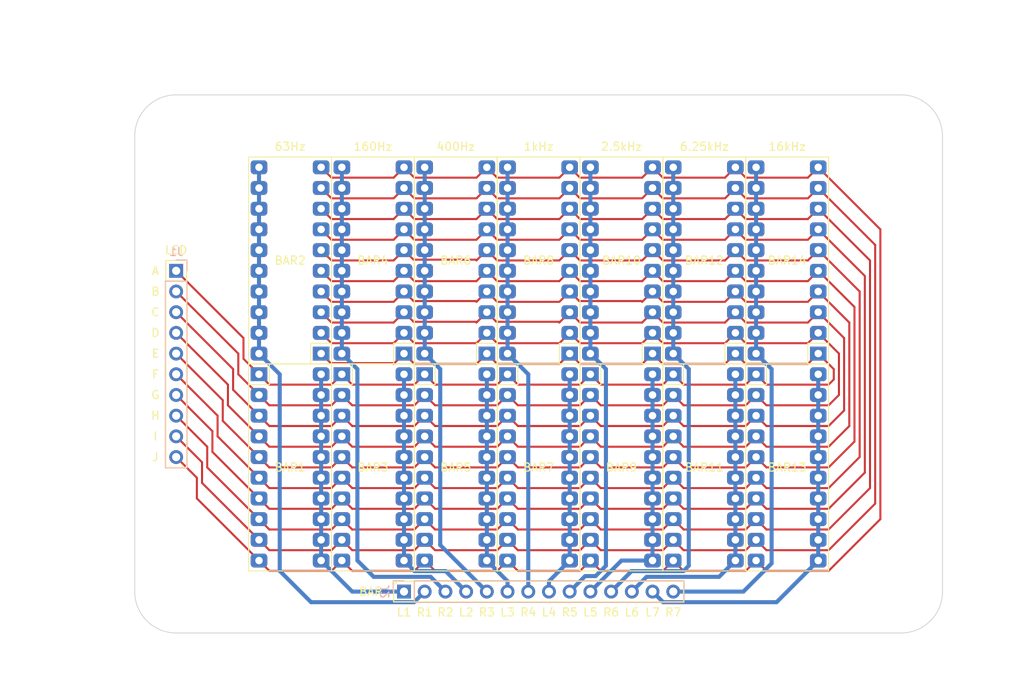
<source format=kicad_pcb>
(kicad_pcb (version 20221018) (generator pcbnew)
  (title_block (title "Spectrum Analyzer Display") (date "2023-08-13") (rev "v1.0.0") (company "shimo8810"))
  (layers (0 "F.Cu" signal) (31 "B.Cu" signal) (34 "B.Paste" user) (35 "F.Paste" user) (36 "B.SilkS" user "B.Silkscreen") (37 "F.SilkS" user "F.Silkscreen") (38 "B.Mask" user) (39 "F.Mask" user) (44 "Edge.Cuts" user))
  (net 0 "")
  (net 1 "/A")
  (net 2 "/B")
  (net 3 "/C")
  (net 4 "/D")
  (net 5 "/E")
  (net 6 "/F")
  (net 7 "/G")
  (net 8 "/H")
  (net 9 "/I")
  (net 10 "/J")
  (net 11 "/LEFT_1")
  (net 12 "/RIGHT_1")
  (net 13 "/LEFT_2")
  (net 14 "/RIGHT_2")
  (net 15 "/LEFT_3")
  (net 16 "/RIGHT_3")
  (net 17 "/LEFT_4")
  (net 18 "/RIGHT_4")
  (net 19 "/LEFT_5")
  (net 20 "/RIGHT_5")
  (net 21 "/LEFT_6")
  (net 22 "/RIGHT_6")
  (net 23 "/LEFT_7")
  (net 24 "/RIGHT_7")
  (footprint "Library:SP_HDSP-4832" (layer "F.Cu") (at 96.52 62.23 180)
    (fp_text reference "BAR6")
    (fp_text value "HDSP-4832_2")
  )
  (footprint "Library:SP_HDSP-4832" (layer "F.Cu") (at 129.54 64.77)
    (fp_text reference "BAR13")
    (fp_text value "HDSP-4832_2")
  )
  (footprint "MountingHole:MountingHole_3.2mm_M3" (layer "F.Cu") (at 58.42 91.44)
    (fp_text reference "REF3" hide)
    (fp_text value "MountingHole_3.2mm_M3")
  )
  (footprint "Library:SP_HDSP-4832" (layer "F.Cu") (at 99.06 64.77)
    (fp_text reference "BAR7")
    (fp_text value "HDSP-4832_2")
  )
  (footprint "Library:SP_HDSP-4832" (layer "F.Cu") (at 76.2 62.23 180)
    (fp_text reference "BAR2")
    (fp_text value "HDSP-4832_2")
  )
  (footprint "MountingHole:MountingHole_3.2mm_M3" (layer "F.Cu") (at 147.32 91.44)
    (fp_text reference "REF4" hide)
    (fp_text value "MountingHole_3.2mm_M3")
  )
  (footprint "Library:SP_HDSP-4832" (layer "F.Cu") (at 127 62.23 180)
    (fp_text reference "BAR12")
    (fp_text value "HDSP-4832_2")
  )
  (footprint "Library:SP_HDSP-4832" (layer "F.Cu") (at 116.84 62.23 180)
    (fp_text reference "BAR10")
    (fp_text value "HDSP-4832_2")
  )
  (footprint "Library:SP_HDSP-4832" (layer "F.Cu") (at 88.9 64.77)
    (fp_text reference "BAR5")
    (fp_text value "HDSP-4832_2")
  )
  (footprint "Library:SP_HDSP-4832" (layer "F.Cu") (at 106.68 62.23 180)
    (fp_text reference "BAR8")
    (fp_text value "HDSP-4832_2")
  )
  (footprint "Library:SP_HDSP-4832" (layer "F.Cu") (at 137.16 62.23 180)
    (fp_text reference "BAR14")
    (fp_text value "HDSP-4832_2")
  )
  (footprint "Library:SP_HDSP-4832" (layer "F.Cu") (at 78.74 64.77)
    (fp_text reference "BAR3")
    (fp_text value "HDSP-4832_2")
  )
  (footprint "MountingHole:MountingHole_3.2mm_M3" (layer "F.Cu") (at 147.32 35.56)
    (fp_text reference "REF2" hide)
    (fp_text value "MountingHole_3.2mm_M3")
  )
  (footprint "MountingHole:MountingHole_3.2mm_M3" (layer "F.Cu") (at 58.42 35.56)
    (fp_text reference "REF1" hide)
    (fp_text value "MountingHole_3.2mm_M3")
  )
  (footprint "Library:SP_HDSP-4832" (layer "F.Cu") (at 86.36 62.23 180)
    (fp_text reference "BAR4")
    (fp_text value "HDSP-4832_2")
  )
  (footprint "Library:SP_HDSP-4832" (layer "F.Cu") (at 68.58 64.77)
    (fp_text reference "BAR1")
    (fp_text value "HDSP-4832_2")
  )
  (footprint "Library:SP_HDSP-4832" (layer "F.Cu") (at 119.38 64.77)
    (fp_text reference "BAR11")
    (fp_text value "HDSP-4832_2")
  )
  (footprint "Library:SP_HDSP-4832" (layer "F.Cu") (at 109.22 64.77)
    (fp_text reference "BAR9")
    (fp_text value "HDSP-4832_2")
  )
  (footprint "Connector_PinHeader_2.54mm:PinHeader_1x14_P2.54mm_Vertical" (layer "B.Cu") (at 86.36 91.44 -90)
    (fp_text reference "J2")
    (fp_text value "Conn_01x14_Pin")
  )
  (footprint "Connector_PinHeader_2.54mm:PinHeader_1x10_P2.54mm_Vertical" (layer "B.Cu") (at 58.42 52.07 180)
    (fp_text reference "J1")
    (fp_text value "Conn_01x10_Pin")
  )
  (gr_line (start 57.15 53.34) (end 59.69 53.34) (stroke (width 0.15)) (layer "F.SilkS"))
  (gr_rect (start 57.15 50.8) (end 59.69 76.2) (stroke (width 0.15)) (fill none) (layer "F.SilkS"))
  (gr_line (start 85.598 90.17) (end 85.09 90.678) (stroke (width 0.15)) (layer "F.SilkS"))
  (gr_line (start 87.63 90.17) (end 87.63 92.71) (stroke (width 0.15)) (layer "F.SilkS"))
  (gr_rect (start 85.09 90.17) (end 120.65 92.71) (stroke (width 0.15)) (fill none) (layer "F.SilkS"))
  (gr_arc (start 147.32 30.48) (mid 150.912102 31.967898) (end 152.4 35.56) (stroke (width 0.1)) (layer "Edge.Cuts"))
  (gr_line (start 147.32 96.52) (end 58.42 96.519999) (stroke (width 0.1)) (layer "Edge.Cuts"))
  (gr_line (start 53.34 91.44) (end 53.340001 35.56) (stroke (width 0.1)) (layer "Edge.Cuts"))
  (gr_arc (start 152.4 91.44) (mid 150.912102 95.032102) (end 147.32 96.52) (stroke (width 0.1)) (layer "Edge.Cuts"))
  (gr_line (start 58.42 30.48) (end 147.32 30.48) (stroke (width 0.1)) (layer "Edge.Cuts"))
  (gr_line (start 152.4 35.56) (end 152.4 91.44) (stroke (width 0.1)) (layer "Edge.Cuts"))
  (gr_arc (start 58.42 96.519999) (mid 54.827898 95.032102) (end 53.340001 91.44) (stroke (width 0.1)) (layer "Edge.Cuts"))
  (gr_arc (start 53.34 35.56) (mid 54.827898 31.967898) (end 58.42 30.48) (stroke (width 0.1)) (layer "Edge.Cuts"))
  (gr_text "1kHz" (at 102.87 36.83) (layer "F.SilkS") (effects (font (size 1 1))))
  (gr_text "D" (at 55.88 59.69) (layer "F.SilkS") (effects (font (size 1 1))))
  (gr_text "R6" (at 111.76 93.98) (layer "F.SilkS") (effects (font (size 1 1))))
  (gr_text "L1" (at 86.36 93.98) (layer "F.SilkS") (effects (font (size 1 1))))
  (gr_text "2.5kHz" (at 113.03 36.83) (layer "F.SilkS") (effects (font (size 1 1))))
  (gr_text "L2" (at 93.98 93.98) (layer "F.SilkS") (effects (font (size 1 1))))
  (gr_text "B" (at 55.88 54.61) (layer "F.SilkS") (effects (font (size 1 1))))
  (gr_text "I" (at 55.88 72.39) (layer "F.SilkS") (effects (font (size 1 1))))
  (gr_text "R4" (at 101.6 93.98) (layer "F.SilkS") (effects (font (size 1 1))))
  (gr_text "LED" (at 58.42 49.53) (layer "F.SilkS") (effects (font (size 1 1))))
  (gr_text "L5" (at 109.22 93.98) (layer "F.SilkS") (effects (font (size 1 1))))
  (gr_text "R5" (at 106.68 93.98) (layer "F.SilkS") (effects (font (size 1 1))))
  (gr_text "BAR" (at 83.82 91.44) (layer "F.SilkS") (effects (font (size 1 1)) (justify right)))
  (gr_text "400Hz" (at 92.71 36.83) (layer "F.SilkS") (effects (font (size 1 1))))
  (gr_text "63Hz" (at 72.39 36.83) (layer "F.SilkS") (effects (font (size 1 1))))
  (gr_text "A" (at 55.88 52.07) (layer "F.SilkS") (effects (font (size 1 1))))
  (gr_text "F" (at 55.88 64.77) (layer "F.SilkS") (effects (font (size 1 1))))
  (gr_text "R7" (at 119.38 93.98) (layer "F.SilkS") (effects (font (size 1 1))))
  (gr_text "L4" (at 104.14 93.98) (layer "F.SilkS") (effects (font (size 1 1))))
  (gr_text "160Hz" (at 82.55 36.83) (layer "F.SilkS") (effects (font (size 1 1))))
  (gr_text "R3" (at 96.52 93.98) (layer "F.SilkS") (effects (font (size 1 1))))
  (gr_text "6.25kHz" (at 123.19 36.83) (layer "F.SilkS") (effects (font (size 1 1))))
  (gr_text "R1" (at 88.9 93.98) (layer "F.SilkS") (effects (font (size 1 1))))
  (gr_text "H" (at 55.88 69.85) (layer "F.SilkS") (effects (font (size 1 1))))
  (gr_text "R2" (at 91.44 93.98) (layer "F.SilkS") (effects (font (size 1 1))))
  (gr_text "L6" (at 114.3 93.98) (layer "F.SilkS") (effects (font (size 1 1))))
  (gr_text "C" (at 55.88 57.15) (layer "F.SilkS") (effects (font (size 1 1))))
  (gr_text "L7" (at 116.84 93.98) (layer "F.SilkS") (effects (font (size 1 1))))
  (gr_text "L3" (at 99.06 93.98) (layer "F.SilkS") (effects (font (size 1 1))))
  (gr_text "G" (at 55.88 67.31) (layer "F.SilkS") (effects (font (size 1 1))))
  (gr_text "E" (at 55.88 62.23) (layer "F.SilkS") (effects (font (size 1 1))))
  (gr_text "16kHz" (at 133.35 36.83) (layer "F.SilkS") (effects (font (size 1 1))))
  (gr_text "J" (at 55.88 74.93) (layer "F.SilkS") (effects (font (size 1 1))))
  (segment (start 58.42 52.07) (end 66.675 60.325) (width 0.25) (layer "F.Cu") (net 1))
  (segment (start 77.375 63.405) (end 76.2 62.23) (width 0.25) (layer "F.Cu") (net 1))
  (segment (start 80.01 66.04) (end 78.74 64.77) (width 0.25) (layer "F.Cu") (net 1))
  (segment (start 139.065 64.135) (end 137.16 62.23) (width 0.25) (layer "F.Cu") (net 1))
  (segment (start 97.79 63.5) (end 96.52 62.23) (width 0.25) (layer "F.Cu") (net 1))
  (segment (start 130.81 66.04) (end 138.43 66.04) (width 0.25) (layer "F.Cu") (net 1))
  (segment (start 120.65 66.04) (end 119.38 64.77) (width 0.25) (layer "F.Cu") (net 1))
  (segment (start 127 62.23) (end 125.73 63.5) (width 0.25) (layer "F.Cu") (net 1))
  (segment (start 138.43 66.04) (end 139.065 65.405) (width 0.25) (layer "F.Cu") (net 1))
  (segment (start 139.065 65.405) (end 139.065 64.135) (width 0.25) (layer "F.Cu") (net 1))
  (segment (start 90.17 66.04) (end 97.79 66.04) (width 0.25) (layer "F.Cu") (net 1))
  (segment (start 96.52 62.23) (end 95.25 63.5) (width 0.25) (layer "F.Cu") (net 1))
  (segment (start 135.89 63.5) (end 128.27 63.5) (width 0.25) (layer "F.Cu") (net 1))
  (segment (start 106.68 62.23) (end 105.41 63.5) (width 0.25) (layer "F.Cu") (net 1))
  (segment (start 84.995 63.405) (end 77.375 63.405) (width 0.25) (layer "F.Cu") (net 1))
  (segment (start 99.06 64.77) (end 100.33 66.04) (width 0.25) (layer "F.Cu") (net 1))
  (segment (start 129.54 64.77) (end 130.81 66.04) (width 0.25) (layer "F.Cu") (net 1))
  (segment (start 77.47 66.04) (end 78.74 64.77) (width 0.25) (layer "F.Cu") (net 1))
  (segment (start 128.27 66.04) (end 120.65 66.04) (width 0.25) (layer "F.Cu") (net 1))
  (segment (start 107.95 66.04) (end 109.22 64.77) (width 0.25) (layer "F.Cu") (net 1))
  (segment (start 118.11 63.5) (end 116.84 62.23) (width 0.25) (layer "F.Cu") (net 1))
  (segment (start 137.16 62.23) (end 135.89 63.5) (width 0.25) (layer "F.Cu") (net 1))
  (segment (start 88.9 64.77) (end 90.17 66.04) (width 0.25) (layer "F.Cu") (net 1))
  (segment (start 100.33 66.04) (end 107.95 66.04) (width 0.25) (layer "F.Cu") (net 1))
  (segment (start 97.79 66.04) (end 99.06 64.77) (width 0.25) (layer "F.Cu") (net 1))
  (segment (start 105.41 63.5) (end 97.79 63.5) (width 0.25) (layer "F.Cu") (net 1))
  (segment (start 69.85 66.04) (end 77.47 66.04) (width 0.25) (layer "F.Cu") (net 1))
  (segment (start 86.36 62.23) (end 85.09 63.5) (width 0.25) (layer "F.Cu") (net 1))
  (segment (start 66.675 62.865) (end 68.58 64.77) (width 0.25) (layer "F.Cu") (net 1))
  (segment (start 116.84 62.23) (end 115.57 63.5) (width 0.25) (layer "F.Cu") (net 1))
  (segment (start 118.11 66.04) (end 119.38 64.77) (width 0.25) (layer "F.Cu") (net 1))
  (segment (start 115.57 63.5) (end 107.95 63.5) (width 0.25) (layer "F.Cu") (net 1))
  (segment (start 85.09 63.5) (end 84.995 63.405) (width 0.25) (layer "F.Cu") (net 1))
  (segment (start 68.58 64.77) (end 69.85 66.04) (width 0.25) (layer "F.Cu") (net 1))
  (segment (start 129.54 64.77) (end 128.27 66.04) (width 0.25) (layer "F.Cu") (net 1))
  (segment (start 87.63 63.5) (end 86.36 62.23) (width 0.25) (layer "F.Cu") (net 1))
  (segment (start 66.675 60.325) (end 66.675 62.865) (width 0.25) (layer "F.Cu") (net 1))
  (segment (start 109.22 64.77) (end 110.49 66.04) (width 0.25) (layer "F.Cu") (net 1))
  (segment (start 110.49 66.04) (end 118.11 66.04) (width 0.25) (layer "F.Cu") (net 1))
  (segment (start 107.95 63.5) (end 106.68 62.23) (width 0.25) (layer "F.Cu") (net 1))
  (segment (start 95.25 63.5) (end 87.63 63.5) (width 0.25) (layer "F.Cu") (net 1))
  (segment (start 125.73 63.5) (end 118.11 63.5) (width 0.25) (layer "F.Cu") (net 1))
  (segment (start 88.9 64.77) (end 87.63 66.04) (width 0.25) (layer "F.Cu") (net 1))
  (segment (start 87.63 66.04) (end 80.01 66.04) (width 0.25) (layer "F.Cu") (net 1))
  (segment (start 128.27 63.5) (end 127 62.23) (width 0.25) (layer "F.Cu") (net 1))
  (segment (start 118.11 68.58) (end 110.49 68.58) (width 0.25) (layer "F.Cu") (net 2))
  (segment (start 86.36 59.69) (end 87.63 60.96) (width 0.25) (layer "F.Cu") (net 2))
  (segment (start 76.2 59.69) (end 77.47 60.96) (width 0.25) (layer "F.Cu") (net 2))
  (segment (start 129.54 67.31) (end 130.81 68.58) (width 0.25) (layer "F.Cu") (net 2))
  (segment (start 80.01 68.58) (end 87.63 68.58) (width 0.25) (layer "F.Cu") (net 2))
  (segment (start 127 59.69) (end 128.27 60.96) (width 0.25) (layer "F.Cu") (net 2))
  (segment (start 66.04 64.77) (end 68.58 67.31) (width 0.25) (layer "F.Cu") (net 2))
  (segment (start 106.68 59.69) (end 107.95 60.96) (width 0.25) (layer "F.Cu") (net 2))
  (segment (start 99.06 67.31) (end 97.79 68.58) (width 0.25) (layer "F.Cu") (net 2))
  (segment (start 107.95 60.96) (end 115.57 60.96) (width 0.25) (layer "F.Cu") (net 2))
  (segment (start 119.38 67.31) (end 118.11 68.58) (width 0.25) (layer "F.Cu") (net 2))
  (segment (start 87.63 60.96) (end 95.25 60.96) (width 0.25) (layer "F.Cu") (net 2))
  (segment (start 110.49 68.58) (end 109.22 67.31) (width 0.25) (layer "F.Cu") (net 2))
  (segment (start 69.85 68.58) (end 77.47 68.58) (width 0.25) (layer "F.Cu") (net 2))
  (segment (start 115.57 60.96) (end 116.84 59.69) (width 0.25) (layer "F.Cu") (net 2))
  (segment (start 105.41 60.96) (end 106.68 59.69) (width 0.25) (layer "F.Cu") (net 2))
  (segment (start 87.63 68.58) (end 88.9 67.31) (width 0.25) (layer "F.Cu") (net 2))
  (segment (start 139.7 67.31) (end 139.7 62.23) (width 0.25) (layer "F.Cu") (net 2))
  (segment (start 100.33 68.58) (end 99.06 67.31) (width 0.25) (layer "F.Cu") (net 2))
  (segment (start 128.27 68.58) (end 129.54 67.31) (width 0.25) (layer "F.Cu") (net 2))
  (segment (start 66.04 62.23) (end 66.04 64.77) (width 0.25) (layer "F.Cu") (net 2))
  (segment (start 95.25 60.96) (end 96.52 59.69) (width 0.25) (layer "F.Cu") (net 2))
  (segment (start 109.22 67.31) (end 107.95 68.58) (width 0.25) (layer "F.Cu") (net 2))
  (segment (start 130.81 68.58) (end 138.43 68.58) (width 0.25) (layer "F.Cu") (net 2))
  (segment (start 90.17 68.58) (end 88.9 67.31) (width 0.25) (layer "F.Cu") (net 2))
  (segment (start 118.11 60.96) (end 125.73 60.96) (width 0.25) (layer "F.Cu") (net 2))
  (segment (start 78.74 67.31) (end 80.01 68.58) (width 0.25) (layer "F.Cu") (net 2))
  (segment (start 120.65 68.58) (end 128.27 68.58) (width 0.25) (layer "F.Cu") (net 2))
  (segment (start 139.7 62.23) (end 137.16 59.69) (width 0.25) (layer "F.Cu") (net 2))
  (segment (start 85.09 60.96) (end 86.36 59.69) (width 0.25) (layer "F.Cu") (net 2))
  (segment (start 96.52 59.69) (end 97.79 60.96) (width 0.25) (layer "F.Cu") (net 2))
  (segment (start 138.43 68.58) (end 139.7 67.31) (width 0.25) (layer "F.Cu") (net 2))
  (segment (start 77.47 60.96) (end 85.09 60.96) (width 0.25) (layer "F.Cu") (net 2))
  (segment (start 97.79 60.96) (end 105.41 60.96) (width 0.25) (layer "F.Cu") (net 2))
  (segment (start 77.47 68.58) (end 78.74 67.31) (width 0.25) (layer "F.Cu") (net 2))
  (segment (start 135.89 60.96) (end 137.16 59.69) (width 0.25) (layer "F.Cu") (net 2))
  (segment (start 128.27 60.96) (end 135.89 60.96) (width 0.25) (layer "F.Cu") (net 2))
  (segment (start 68.58 67.31) (end 69.85 68.58) (width 0.25) (layer "F.Cu") (net 2))
  (segment (start 125.73 60.96) (end 127 59.69) (width 0.25) (layer "F.Cu") (net 2))
  (segment (start 116.84 59.69) (end 118.11 60.96) (width 0.25) (layer "F.Cu") (net 2))
  (segment (start 107.95 68.58) (end 100.33 68.58) (width 0.25) (layer "F.Cu") (net 2))
  (segment (start 58.42 54.61) (end 66.04 62.23) (width 0.25) (layer "F.Cu") (net 2))
  (segment (start 119.38 67.31) (end 120.65 68.58) (width 0.25) (layer "F.Cu") (net 2))
  (segment (start 97.79 68.58) (end 90.17 68.58) (width 0.25) (layer "F.Cu") (net 2))
  (segment (start 128.27 71.12) (end 120.65 71.12) (width 0.25) (layer "F.Cu") (net 3))
  (segment (start 90.17 71.12) (end 97.79 71.12) (width 0.25) (layer "F.Cu") (net 3))
  (segment (start 109.22 69.85) (end 110.49 71.12) (width 0.25) (layer "F.Cu") (net 3))
  (segment (start 88.9 69.85) (end 87.63 71.12) (width 0.25) (layer "F.Cu") (net 3))
  (segment (start 129.54 69.85) (end 128.27 71.12) (width 0.25) (layer "F.Cu") (net 3))
  (segment (start 77.47 58.42) (end 76.2 57.15) (width 0.25) (layer "F.Cu") (net 3))
  (segment (start 86.36 57.15) (end 85.09 58.42) (width 0.25) (layer "F.Cu") (net 3))
  (segment (start 140.335 69.215) (end 140.335 60.325) (width 0.25) (layer "F.Cu") (net 3))
  (segment (start 128.27 58.42) (end 127 57.15) (width 0.25) (layer "F.Cu") (net 3))
  (segment (start 116.84 57.15) (end 115.57 58.42) (width 0.25) (layer "F.Cu") (net 3))
  (segment (start 105.315 58.325) (end 97.695 58.325) (width 0.25) (layer "F.Cu") (net 3))
  (segment (start 100.33 71.12) (end 107.95 71.12) (width 0.25) (layer "F.Cu") (net 3))
  (segment (start 97.695 58.325) (end 96.52 57.15) (width 0.25) (layer "F.Cu") (net 3))
  (segment (start 99.06 69.85) (end 100.33 71.12) (width 0.25) (layer "F.Cu") (net 3))
  (segment (start 87.535 58.325) (end 86.36 57.15) (width 0.25) (layer "F.Cu") (net 3))
  (segment (start 88.9 69.85) (end 90.17 71.12) (width 0.25) (layer "F.Cu") (net 3))
  (segment (start 80.01 71.12) (end 78.74 69.85) (width 0.25) (layer "F.Cu") (net 3))
  (segment (start 69.85 71.12) (end 77.47 71.12) (width 0.25) (layer "F.Cu") (net 3))
  (segment (start 137.16 57.15) (end 135.89 58.42) (width 0.25) (layer "F.Cu") (net 3))
  (segment (start 96.52 57.15) (end 95.25 58.42) (width 0.25) (layer "F.Cu") (net 3))
  (segment (start 58.42 57.15) (end 65.405 64.135) (width 0.25) (layer "F.Cu") (net 3))
  (segment (start 87.63 71.12) (end 80.01 71.12) (width 0.25) (layer "F.Cu") (net 3))
  (segment (start 135.89 58.42) (end 128.27 58.42) (width 0.25) (layer "F.Cu") (net 3))
  (segment (start 120.65 71.12) (end 119.38 69.85) (width 0.25) (layer "F.Cu") (net 3))
  (segment (start 97.79 71.12) (end 99.06 69.85) (width 0.25) (layer "F.Cu") (net 3))
  (segment (start 68.58 69.85) (end 69.85 71.12) (width 0.25) (layer "F.Cu") (net 3))
  (segment (start 106.68 57.15) (end 105.41 58.42) (width 0.25) (layer "F.Cu") (net 3))
  (segment (start 125.73 58.42) (end 118.11 58.42) (width 0.25) (layer "F.Cu") (net 3))
  (segment (start 115.57 58.42) (end 107.95 58.42) (width 0.25) (layer "F.Cu") (net 3))
  (segment (start 95.155 58.325) (end 87.535 58.325) (width 0.25) (layer "F.Cu") (net 3))
  (segment (start 77.47 71.12) (end 78.74 69.85) (width 0.25) (layer "F.Cu") (net 3))
  (segment (start 118.11 71.12) (end 119.38 69.85) (width 0.25) (layer "F.Cu") (net 3))
  (segment (start 127 57.15) (end 125.73 58.42) (width 0.25) (layer "F.Cu") (net 3))
  (segment (start 107.95 71.12) (end 109.22 69.85) (width 0.25) (layer "F.Cu") (net 3))
  (segment (start 107.95 58.42) (end 106.68 57.15) (width 0.25) (layer "F.Cu") (net 3))
  (segment (start 130.81 71.12) (end 138.43 71.12) (width 0.25) (layer "F.Cu") (net 3))
  (segment (start 118.11 58.42) (end 116.84 57.15) (width 0.25) (layer "F.Cu") (net 3))
  (segment (start 65.405 66.675) (end 68.58 69.85) (width 0.25) (layer "F.Cu") (net 3))
  (segment (start 129.54 69.85) (end 130.81 71.12) (width 0.25) (layer "F.Cu") (net 3))
  (segment (start 138.43 71.12) (end 140.335 69.215) (width 0.25) (layer "F.Cu") (net 3))
  (segment (start 95.25 58.42) (end 95.155 58.325) (width 0.25) (layer "F.Cu") (net 3))
  (segment (start 110.49 71.12) (end 118.11 71.12) (width 0.25) (layer "F.Cu") (net 3))
  (segment (start 85.09 58.42) (end 77.47 58.42) (width 0.25) (layer "F.Cu") (net 3))
  (segment (start 105.41 58.42) (end 105.315 58.325) (width 0.25) (layer "F.Cu") (net 3))
  (segment (start 140.335 60.325) (end 137.16 57.15) (width 0.25) (layer "F.Cu") (net 3))
  (segment (start 65.405 64.135) (end 65.405 66.675) (width 0.25) (layer "F.Cu") (net 3))
  (segment (start 107.855 55.785) (end 106.68 54.61) (width 0.25) (layer "F.Cu") (net 4))
  (segment (start 80.01 73.66) (end 87.63 73.66) (width 0.25) (layer "F.Cu") (net 4))
  (segment (start 106.68 54.61) (end 105.41 55.88) (width 0.25) (layer "F.Cu") (net 4))
  (segment (start 119.38 72.39) (end 118.11 73.66) (width 0.25) (layer "F.Cu") (net 4))
  (segment (start 64.768604 66.041396) (end 64.768604 68.578604) (width 0.25) (layer "F.Cu") (net 4))
  (segment (start 119.38 72.39) (end 120.65 73.66) (width 0.25) (layer "F.Cu") (net 4))
  (segment (start 109.22 72.39) (end 107.95 73.66) (width 0.25) (layer "F.Cu") (net 4))
  (segment (start 64.77 66.04) (end 64.768604 66.041396) (width 0.25) (layer "F.Cu") (net 4))
  (segment (start 127 54.61) (end 125.73 55.88) (width 0.25) (layer "F.Cu") (net 4))
  (segment (start 90.17 73.66) (end 88.9 72.39) (width 0.25) (layer "F.Cu") (net 4))
  (segment (start 77.47 73.66) (end 78.74 72.39) (width 0.25) (layer "F.Cu") (net 4))
  (segment (start 130.81 73.66) (end 138.43 73.66) (width 0.25) (layer "F.Cu") (net 4))
  (segment (start 120.65 73.66) (end 128.27 73.66) (width 0.25) (layer "F.Cu") (net 4))
  (segment (start 105.41 55.88) (end 97.79 55.88) (width 0.25) (layer "F.Cu") (net 4))
  (segment (start 58.42 59.69) (end 64.77 66.04) (width 0.25) (layer "F.Cu") (net 4))
  (segment (start 68.58 72.39) (end 69.85 73.66) (width 0.25) (layer "F.Cu") (net 4))
  (segment (start 78.74 72.39) (end 80.01 73.66) (width 0.25) (layer "F.Cu") (net 4))
  (segment (start 116.84 54.61) (end 115.57 55.88) (width 0.25) (layer "F.Cu") (net 4))
  (segment (start 135.89 55.88) (end 128.27 55.88) (width 0.25) (layer "F.Cu") (net 4))
  (segment (start 87.63 73.66) (end 88.9 72.39) (width 0.25) (layer "F.Cu") (net 4))
  (segment (start 95.155 55.785) (end 87.535 55.785) (width 0.25) (layer "F.Cu") (net 4))
  (segment (start 64.768604 68.578604) (end 68.58 72.39) (width 0.25) (layer "F.Cu") (net 4))
  (segment (start 85.09 55.88) (end 77.47 55.88) (width 0.25) (layer "F.Cu") (net 4))
  (segment (start 115.57 55.88) (end 115.475 55.785) (width 0.25) (layer "F.Cu") (net 4))
  (segment (start 128.27 73.66) (end 129.54 72.39) (width 0.25) (layer "F.Cu") (net 4))
  (segment (start 97.79 73.66) (end 90.17 73.66) (width 0.25) (layer "F.Cu") (net 4))
  (segment (start 95.25 55.88) (end 95.155 55.785) (width 0.25) (layer "F.Cu") (net 4))
  (segment (start 128.27 55.88) (end 127 54.61) (width 0.25) (layer "F.Cu") (net 4))
  (segment (start 110.49 73.66) (end 109.22 72.39) (width 0.25) (layer "F.Cu") (net 4))
  (segment (start 129.54 72.39) (end 130.81 73.66) (width 0.25) (layer "F.Cu") (net 4))
  (segment (start 140.97 71.12) (end 140.97 58.42) (width 0.25) (layer "F.Cu") (net 4))
  (segment (start 96.52 54.61) (end 95.25 55.88) (width 0.25) (layer "F.Cu") (net 4))
  (segment (start 118.11 73.66) (end 110.49 73.66) (width 0.25) (layer "F.Cu") (net 4))
  (segment (start 137.16 54.61) (end 135.89 55.88) (width 0.25) (layer "F.Cu") (net 4))
  (segment (start 107.95 73.66) (end 100.33 73.66) (width 0.25) (layer "F.Cu") (net 4))
  (segment (start 99.06 72.39) (end 97.79 73.66) (width 0.25) (layer "F.Cu") (net 4))
  (segment (start 100.33 73.66) (end 99.06 72.39) (width 0.25) (layer "F.Cu") (net 4))
  (segment (start 69.85 73.66) (end 77.47 73.66) (width 0.25) (layer "F.Cu") (net 4))
  (segment (start 115.475 55.785) (end 107.855 55.785) (width 0.25) (layer "F.Cu") (net 4))
  (segment (start 138.43 73.66) (end 140.97 71.12) (width 0.25) (layer "F.Cu") (net 4))
  (segment (start 125.73 55.88) (end 118.11 55.88) (width 0.25) (layer "F.Cu") (net 4))
  (segment (start 86.36 54.61) (end 85.09 55.88) (width 0.25) (layer "F.Cu") (net 4))
  (segment (start 118.11 55.88) (end 116.84 54.61) (width 0.25) (layer "F.Cu") (net 4))
  (segment (start 87.535 55.785) (end 86.36 54.61) (width 0.25) (layer "F.Cu") (net 4))
  (segment (start 140.97 58.42) (end 137.16 54.61) (width 0.25) (layer "F.Cu") (net 4))
  (segment (start 77.47 55.88) (end 76.2 54.61) (width 0.25) (layer "F.Cu") (net 4))
  (segment (start 97.79 55.88) (end 96.52 54.61) (width 0.25) (layer "F.Cu") (net 4))
  (segment (start 129.54 74.93) (end 128.27 76.2) (width 0.25) (layer "F.Cu") (net 5))
  (segment (start 87.63 76.2) (end 80.01 76.2) (width 0.25) (layer "F.Cu") (net 5))
  (segment (start 110.49 76.2) (end 118.11 76.2) (width 0.25) (layer "F.Cu") (net 5))
  (segment (start 118.11 76.2) (end 119.38 74.93) (width 0.25) (layer "F.Cu") (net 5))
  (segment (start 105.41 53.34) (end 106.68 52.07) (width 0.25) (layer "F.Cu") (net 5))
  (segment (start 125.73 53.34) (end 127 52.07) (width 0.25) (layer "F.Cu") (net 5))
  (segment (start 76.2 52.07) (end 77.47 53.34) (width 0.25) (layer "F.Cu") (net 5))
  (segment (start 86.36 52.07) (end 87.63 53.34) (width 0.25) (layer "F.Cu") (net 5))
  (segment (start 99.06 74.93) (end 100.33 76.2) (width 0.25) (layer "F.Cu") (net 5))
  (segment (start 88.9 74.93) (end 90.17 76.2) (width 0.25) (layer "F.Cu") (net 5))
  (segment (start 128.27 76.2) (end 120.65 76.2) (width 0.25) (layer "F.Cu") (net 5))
  (segment (start 106.68 52.07) (end 107.95 53.34) (width 0.25) (layer "F.Cu") (net 5))
  (segment (start 77.47 76.2) (end 78.74 74.93) (width 0.25) (layer "F.Cu") (net 5))
  (segment (start 130.81 76.2) (end 138.43 76.2) (width 0.25) (layer "F.Cu") (net 5))
  (segment (start 68.58 74.93) (end 69.85 76.2) (width 0.25) (layer "F.Cu") (net 5))
  (segment (start 64.135 67.945) (end 64.135 70.485) (width 0.25) (layer "F.Cu") (net 5))
  (segment (start 100.33 76.2) (end 107.95 76.2) (width 0.25) (layer "F.Cu") (net 5))
  (segment (start 80.01 76.2) (end 78.74 74.93) (width 0.25) (layer "F.Cu") (net 5))
  (segment (start 97.79 53.34) (end 105.41 53.34) (width 0.25) (layer "F.Cu") (net 5))
  (segment (start 141.605 56.515) (end 137.16 52.07) (width 0.25) (layer "F.Cu") (net 5))
  (segment (start 127 52.07) (end 128.27 53.34) (width 0.25) (layer "F.Cu") (net 5))
  (segment (start 87.63 53.34) (end 95.25 53.34) (width 0.25) (layer "F.Cu") (net 5))
  (segment (start 88.9 74.93) (end 87.63 76.2) (width 0.25) (layer "F.Cu") (net 5))
  (segment (start 120.65 76.2) (end 119.38 74.93) (width 0.25) (layer "F.Cu") (net 5))
  (segment (start 77.47 53.34) (end 85.09 53.34) (width 0.25) (layer "F.Cu") (net 5))
  (segment (start 107.95 53.34) (end 115.57 53.34) (width 0.25) (layer "F.Cu") (net 5))
  (segment (start 107.95 76.2) (end 109.22 74.93) (width 0.25) (layer "F.Cu") (net 5))
  (segment (start 96.52 52.07) (end 97.79 53.34) (width 0.25) (layer "F.Cu") (net 5))
  (segment (start 116.84 52.07) (end 118.11 53.34) (width 0.25) (layer "F.Cu") (net 5))
  (segment (start 141.605 73.025) (end 141.605 56.515) (width 0.25) (layer "F.Cu") (net 5))
  (segment (start 128.27 53.34) (end 135.89 53.34) (width 0.25) (layer "F.Cu") (net 5))
  (segment (start 85.09 53.34) (end 86.36 52.07) (width 0.25) (layer "F.Cu") (net 5))
  (segment (start 138.43 76.2) (end 141.605 73.025) (width 0.25) (layer "F.Cu") (net 5))
  (segment (start 64.135 70.485) (end 68.58 74.93) (width 0.25) (layer "F.Cu") (net 5))
  (segment (start 118.11 53.34) (end 125.73 53.34) (width 0.25) (layer "F.Cu") (net 5))
  (segment (start 90.17 76.2) (end 97.79 76.2) (width 0.25) (layer "F.Cu") (net 5))
  (segment (start 109.22 74.93) (end 110.49 76.2) (width 0.25) (layer "F.Cu") (net 5))
  (segment (start 95.25 53.34) (end 96.52 52.07) (width 0.25) (layer "F.Cu") (net 5))
  (segment (start 115.57 53.34) (end 116.84 52.07) (width 0.25) (layer "F.Cu") (net 5))
  (segment (start 69.85 76.2) (end 77.47 76.2) (width 0.25) (layer "F.Cu") (net 5))
  (segment (start 135.89 53.34) (end 137.16 52.07) (width 0.25) (layer "F.Cu") (net 5))
  (segment (start 97.79 76.2) (end 99.06 74.93) (width 0.25) (layer "F.Cu") (net 5))
  (segment (start 58.42 62.23) (end 64.135 67.945) (width 0.25) (layer "F.Cu") (net 5))
  (segment (start 129.54 74.93) (end 130.81 76.2) (width 0.25) (layer "F.Cu") (net 5))
  (segment (start 77.47 50.8) (end 76.2 49.53) (width 0.25) (layer "F.Cu") (net 6))
  (segment (start 99.06 77.47) (end 97.79 78.74) (width 0.25) (layer "F.Cu") (net 6))
  (segment (start 63.5 69.85) (end 63.5 72.39) (width 0.25) (layer "F.Cu") (net 6))
  (segment (start 142.24 54.61) (end 137.16 49.53) (width 0.25) (layer "F.Cu") (net 6))
  (segment (start 109.22 77.47) (end 107.95 78.74) (width 0.25) (layer "F.Cu") (net 6))
  (segment (start 90.17 78.74) (end 88.9 77.47) (width 0.25) (layer "F.Cu") (net 6))
  (segment (start 68.58 77.47) (end 69.85 78.74) (width 0.25) (layer "F.Cu") (net 6))
  (segment (start 63.5 72.39) (end 68.58 77.47) (width 0.25) (layer "F.Cu") (net 6))
  (segment (start 58.42 64.77) (end 63.5 69.85) (width 0.25) (layer "F.Cu") (net 6))
  (segment (start 119.38 77.47) (end 120.65 78.74) (width 0.25) (layer "F.Cu") (net 6))
  (segment (start 106.68 49.53) (end 105.41 50.8) (width 0.25) (layer "F.Cu") (net 6))
  (segment (start 77.47 78.74) (end 78.74 77.47) (width 0.25) (layer "F.Cu") (net 6))
  (segment (start 95.25 50.8) (end 95.155 50.705) (width 0.25) (layer "F.Cu") (net 6))
  (segment (start 86.36 49.53) (end 85.09 50.8) (width 0.25) (layer "F.Cu") (net 6))
  (segment (start 96.52 49.53) (end 95.25 50.8) (width 0.25) (layer "F.Cu") (net 6))
  (segment (start 85.09 50.8) (end 77.47 50.8) (width 0.25) (layer "F.Cu") (net 6))
  (segment (start 128.27 50.8) (end 127 49.53) (width 0.25) (layer "F.Cu") (net 6))
  (segment (start 107.95 50.8) (end 106.68 49.53) (width 0.25) (layer "F.Cu") (net 6))
  (segment (start 135.89 50.8) (end 128.27 50.8) (width 0.25) (layer "F.Cu") (net 6))
  (segment (start 78.74 77.47) (end 80.01 78.74) (width 0.25) (layer "F.Cu") (net 6))
  (segment (start 107.95 78.74) (end 100.33 78.74) (width 0.25) (layer "F.Cu") (net 6))
  (segment (start 116.84 49.53) (end 115.57 50.8) (width 0.25) (layer "F.Cu") (net 6))
  (segment (start 87.63 78.74) (end 88.9 77.47) (width 0.25) (layer "F.Cu") (net 6))
  (segment (start 95.155 50.705) (end 87.535 50.705) (width 0.25) (layer "F.Cu") (net 6))
  (segment (start 137.16 49.53) (end 135.89 50.8) (width 0.25) (layer "F.Cu") (net 6))
  (segment (start 119.38 77.47) (end 118.11 78.74) (width 0.25) (layer "F.Cu") (net 6))
  (segment (start 87.535 50.705) (end 86.36 49.53) (width 0.25) (layer "F.Cu") (net 6))
  (segment (start 120.65 78.74) (end 128.27 78.74) (width 0.25) (layer "F.Cu") (net 6))
  (segment (start 118.11 78.74) (end 110.49 78.74) (width 0.25) (layer "F.Cu") (net 6))
  (segment (start 100.33 78.74) (end 99.06 77.47) (width 0.25) (layer "F.Cu") (net 6))
  (segment (start 110.49 78.74) (end 109.22 77.47) (width 0.25) (layer "F.Cu") (net 6))
  (segment (start 97.79 50.8) (end 96.52 49.53) (width 0.25) (layer "F.Cu") (net 6))
  (segment (start 128.27 78.74) (end 129.54 77.47) (width 0.25) (layer "F.Cu") (net 6))
  (segment (start 130.81 78.74) (end 138.43 78.74) (width 0.25) (layer "F.Cu") (net 6))
  (segment (start 142.24 74.93) (end 142.24 54.61) (width 0.25) (layer "F.Cu") (net 6))
  (segment (start 125.73 50.8) (end 118.11 50.8) (width 0.25) (layer "F.Cu") (net 6))
  (segment (start 127 49.53) (end 125.73 50.8) (width 0.25) (layer "F.Cu") (net 6))
  (segment (start 138.43 78.74) (end 142.24 74.93) (width 0.25) (layer "F.Cu") (net 6))
  (segment (start 115.57 50.8) (end 107.95 50.8) (width 0.25) (layer "F.Cu") (net 6))
  (segment (start 105.41 50.8) (end 97.79 50.8) (width 0.25) (layer "F.Cu") (net 6))
  (segment (start 80.01 78.74) (end 87.63 78.74) (width 0.25) (layer "F.Cu") (net 6))
  (segment (start 129.54 77.47) (end 130.81 78.74) (width 0.25) (layer "F.Cu") (net 6))
  (segment (start 118.11 50.8) (end 116.84 49.53) (width 0.25) (layer "F.Cu") (net 6))
  (segment (start 97.79 78.74) (end 90.17 78.74) (width 0.25) (layer "F.Cu") (net 6))
  (segment (start 69.85 78.74) (end 77.47 78.74) (width 0.25) (layer "F.Cu") (net 6))
  (segment (start 95.25 48.26) (end 96.52 46.99) (width 0.25) (layer "F.Cu") (net 7))
  (segment (start 110.49 81.28) (end 118.11 81.28) (width 0.25) (layer "F.Cu") (net 7))
  (segment (start 115.57 48.26) (end 116.84 46.99) (width 0.25) (layer "F.Cu") (net 7))
  (segment (start 116.84 46.99) (end 118.11 48.26) (width 0.25) (layer "F.Cu") (net 7))
  (segment (start 58.42 67.31) (end 62.865 71.755) (width 0.25) (layer "F.Cu") (net 7))
  (segment (start 62.865 74.295) (end 68.58 80.01) (width 0.25) (layer "F.Cu") (net 7))
  (segment (start 87.63 48.26) (end 95.25 48.26) (width 0.25) (layer "F.Cu") (net 7))
  (segment (start 97.79 48.26) (end 105.41 48.26) (width 0.25) (layer "F.Cu") (net 7))
  (segment (start 106.68 46.99) (end 107.95 48.26) (width 0.25) (layer "F.Cu") (net 7))
  (segment (start 96.52 46.99) (end 97.79 48.26) (width 0.25) (layer "F.Cu") (net 7))
  (segment (start 109.22 80.01) (end 110.49 81.28) (width 0.25) (layer "F.Cu") (net 7))
  (segment (start 100.33 81.28) (end 107.95 81.28) (width 0.25) (layer "F.Cu") (net 7))
  (segment (start 68.58 80.01) (end 69.85 81.28) (width 0.25) (layer "F.Cu") (net 7))
  (segment (start 86.36 46.99) (end 87.63 48.26) (width 0.25) (layer "F.Cu") (net 7))
  (segment (start 77.47 81.28) (end 78.74 80.01) (width 0.25) (layer "F.Cu") (net 7))
  (segment (start 128.27 48.26) (end 135.89 48.26) (width 0.25) (layer "F.Cu") (net 7))
  (segment (start 118.11 81.28) (end 119.38 80.01) (width 0.25) (layer "F.Cu") (net 7))
  (segment (start 69.85 81.28) (end 77.47 81.28) (width 0.25) (layer "F.Cu") (net 7))
  (segment (start 129.54 80.01) (end 130.81 81.28) (width 0.25) (layer "F.Cu") (net 7))
  (segment (start 85.09 48.26) (end 86.36 46.99) (width 0.25) (layer "F.Cu") (net 7))
  (segment (start 105.41 48.26) (end 106.68 46.99) (width 0.25) (layer "F.Cu") (net 7))
  (segment (start 142.875 52.705) (end 137.16 46.99) (width 0.25) (layer "F.Cu") (net 7))
  (segment (start 62.865 71.755) (end 62.865 74.295) (width 0.25) (layer "F.Cu") (net 7))
  (segment (start 127 46.99) (end 128.27 48.26) (width 0.25) (layer "F.Cu") (net 7))
  (segment (start 77.47 48.26) (end 85.09 48.26) (width 0.25) (layer "F.Cu") (net 7))
  (segment (start 99.06 80.01) (end 100.33 81.28) (width 0.25) (layer "F.Cu") (net 7))
  (segment (start 107.95 48.26) (end 115.57 48.26) (width 0.25) (layer "F.Cu") (net 7))
  (segment (start 97.79 81.28) (end 99.06 80.01) (width 0.25) (layer "F.Cu") (net 7))
  (segment (start 107.95 81.28) (end 109.22 80.01) (width 0.25) (layer "F.Cu") (net 7))
  (segment (start 80.01 81.28) (end 78.74 80.01) (width 0.25) (layer "F.Cu") (net 7))
  (segment (start 138.43 81.28) (end 142.875 76.835) (width 0.25) (layer "F.Cu") (net 7))
  (segment (start 87.63 81.28) (end 80.01 81.28) (width 0.25) (layer "F.Cu") (net 7))
  (segment (start 76.2 46.99) (end 77.47 48.26) (width 0.25) (layer "F.Cu") (net 7))
  (segment (start 142.875 76.835) (end 142.875 52.705) (width 0.25) (layer "F.Cu") (net 7))
  (segment (start 118.11 48.26) (end 125.73 48.26) (width 0.25) (layer "F.Cu") (net 7))
  (segment (start 90.17 81.28) (end 97.79 81.28) (width 0.25) (layer "F.Cu") (net 7))
  (segment (start 88.9 80.01) (end 90.17 81.28) (width 0.25) (layer "F.Cu") (net 7))
  (segment (start 120.65 81.28) (end 119.38 80.01) (width 0.25) (layer "F.Cu") (net 7))
  (segment (start 125.73 48.26) (end 127 46.99) (width 0.25) (layer "F.Cu") (net 7))
  (segment (start 128.27 81.28) (end 120.65 81.28) (width 0.25) (layer "F.Cu") (net 7))
  (segment (start 135.89 48.26) (end 137.16 46.99) (width 0.25) (layer "F.Cu") (net 7))
  (segment (start 130.81 81.28) (end 138.43 81.28) (width 0.25) (layer "F.Cu") (net 7))
  (segment (start 88.9 80.01) (end 87.63 81.28) (width 0.25) (layer "F.Cu") (net 7))
  (segment (start 129.54 80.01) (end 128.27 81.28) (width 0.25) (layer "F.Cu") (net 7))
  (segment (start 90.17 83.82) (end 88.9 82.55) (width 0.25) (layer "F.Cu") (net 8))
  (segment (start 128.27 45.72) (end 127 44.45) (width 0.25) (layer "F.Cu") (net 8))
  (segment (start 143.51 50.8) (end 137.16 44.45) (width 0.25) (layer "F.Cu") (net 8))
  (segment (start 87.63 83.82) (end 88.9 82.55) (width 0.25) (layer "F.Cu") (net 8))
  (segment (start 116.84 44.45) (end 115.57 45.72) (width 0.25) (layer "F.Cu") (net 8))
  (segment (start 77.47 83.82) (end 78.74 82.55) (width 0.25) (layer "F.Cu") (net 8))
  (segment (start 78.74 82.55) (end 80.01 83.82) (width 0.25) (layer "F.Cu") (net 8))
  (segment (start 85.09 45.72) (end 77.47 45.72) (width 0.25) (layer "F.Cu") (net 8))
  (segment (start 87.63 45.72) (end 86.36 44.45) (width 0.25) (layer "F.Cu") (net 8))
  (segment (start 68.58 82.55) (end 69.85 83.82) (width 0.25) (layer "F.Cu") (net 8))
  (segment (start 80.01 83.82) (end 87.63 83.82) (width 0.25) (layer "F.Cu") (net 8))
  (segment (start 118.11 83.82) (end 110.49 83.82) (width 0.25) (layer "F.Cu") (net 8))
  (segment (start 125.73 45.72) (end 118.11 45.72) (width 0.25) (layer "F.Cu") (net 8))
  (segment (start 118.11 45.72) (end 116.84 44.45) (width 0.25) (layer "F.Cu") (net 8))
  (segment (start 62.23 76.2) (end 68.58 82.55) (width 0.25) (layer "F.Cu") (net 8))
  (segment (start 109.22 82.55) (end 107.95 83.82) (width 0.25) (layer "F.Cu") (net 8))
  (segment (start 120.65 83.82) (end 128.27 83.82) (width 0.25) (layer "F.Cu") (net 8))
  (segment (start 115.57 45.72) (end 107.95 45.72) (width 0.25) (layer "F.Cu") (net 8))
  (segment (start 138.43 83.82) (end 143.51 78.74) (width 0.25) (layer "F.Cu") (net 8))
  (segment (start 77.47 45.72) (end 76.2 44.45) (width 0.25) (layer "F.Cu") (net 8))
  (segment (start 128.27 83.82) (end 129.54 82.55) (width 0.25) (layer "F.Cu") (net 8))
  (segment (start 130.81 83.82) (end 138.43 83.82) (width 0.25) (layer "F.Cu") (net 8))
  (segment (start 107.95 83.82) (end 100.33 83.82) (width 0.25) (layer "F.Cu") (net 8))
  (segment (start 96.52 44.45) (end 95.25 45.72) (width 0.25) (layer "F.Cu") (net 8))
  (segment (start 119.38 82.55) (end 118.11 83.82) (width 0.25) (layer "F.Cu") (net 8))
  (segment (start 86.36 44.45) (end 85.09 45.72) (width 0.25) (layer "F.Cu") (net 8))
  (segment (start 95.25 45.72) (end 87.63 45.72) (width 0.25) (layer "F.Cu") (net 8))
  (segment (start 99.06 82.55) (end 97.79 83.82) (width 0.25) (layer "F.Cu") (net 8))
  (segment (start 100.33 83.82) (end 99.06 82.55) (width 0.25) (layer "F.Cu") (net 8))
  (segment (start 143.51 78.74) (end 143.51 50.8) (width 0.25) (layer "F.Cu") (net 8))
  (segment (start 105.41 45.72) (end 97.79 45.72) (width 0.25) (layer "F.Cu") (net 8))
  (segment (start 129.54 82.55) (end 130.81 83.82) (width 0.25) (layer "F.Cu") (net 8))
  (segment (start 58.42 69.85) (end 62.23 73.66) (width 0.25) (layer "F.Cu") (net 8))
  (segment (start 107.95 45.72) (end 106.68 44.45) (width 0.25) (layer "F.Cu") (net 8))
  (segment (start 127 44.45) (end 125.73 45.72) (width 0.25) (layer "F.Cu") (net 8))
  (segment (start 110.49 83.82) (end 109.22 82.55) (width 0.25) (layer "F.Cu") (net 8))
  (segment (start 137.16 44.45) (end 135.89 45.72) (width 0.25) (layer "F.Cu") (net 8))
  (segment (start 62.23 73.66) (end 62.23 76.2) (width 0.25) (layer "F.Cu") (net 8))
  (segment (start 119.38 82.55) (end 120.65 83.82) (width 0.25) (layer "F.Cu") (net 8))
  (segment (start 135.89 45.72) (end 128.27 45.72) (width 0.25) (layer "F.Cu") (net 8))
  (segment (start 97.79 83.82) (end 90.17 83.82) (width 0.25) (layer "F.Cu") (net 8))
  (segment (start 69.85 83.82) (end 77.47 83.82) (width 0.25) (layer "F.Cu") (net 8))
  (segment (start 106.68 44.45) (end 105.41 45.72) (width 0.25) (layer "F.Cu") (net 8))
  (segment (start 97.79 45.72) (end 96.52 44.45) (width 0.25) (layer "F.Cu") (net 8))
  (segment (start 135.89 43.18) (end 137.16 41.91) (width 0.25) (layer "F.Cu") (net 9))
  (segment (start 110.49 86.36) (end 118.11 86.36) (width 0.25) (layer "F.Cu") (net 9))
  (segment (start 144.145 48.895) (end 137.16 41.91) (width 0.25) (layer "F.Cu") (net 9))
  (segment (start 109.22 85.09) (end 107.95 86.36) (width 0.25) (layer "F.Cu") (net 9))
  (segment (start 107.95 43.18) (end 115.57 43.18) (width 0.25) (layer "F.Cu") (net 9))
  (segment (start 58.42 72.39) (end 61.595 75.565) (width 0.25) (layer "F.Cu") (net 9))
  (segment (start 77.47 43.18) (end 85.09 43.18) (width 0.25) (layer "F.Cu") (net 9))
  (segment (start 144.145 80.645) (end 144.145 48.895) (width 0.25) (layer "F.Cu") (net 9))
  (segment (start 118.11 43.18) (end 125.73 43.18) (width 0.25) (layer "F.Cu") (net 9))
  (segment (start 128.27 43.18) (end 135.89 43.18) (width 0.25) (layer "F.Cu") (net 9))
  (segment (start 128.27 86.36) (end 120.65 86.36) (width 0.25) (layer "F.Cu") (net 9))
  (segment (start 129.54 85.09) (end 130.81 86.36) (width 0.25) (layer "F.Cu") (net 9))
  (segment (start 100.33 86.36) (end 99.06 85.09) (width 0.25) (layer "F.Cu") (net 9))
  (segment (start 97.79 43.18) (end 105.41 43.18) (width 0.25) (layer "F.Cu") (net 9))
  (segment (start 107.95 86.36) (end 100.33 86.36) (width 0.25) (layer "F.Cu") (net 9))
  (segment (start 88.9 85.09) (end 87.63 86.36) (width 0.25) (layer "F.Cu") (net 9))
  (segment (start 138.43 86.36) (end 144.145 80.645) (width 0.25) (layer "F.Cu") (net 9))
  (segment (start 76.2 41.91) (end 77.47 43.18) (width 0.25) (layer "F.Cu") (net 9))
  (segment (start 85.09 43.18) (end 86.36 41.91) (width 0.25) (layer "F.Cu") (net 9))
  (segment (start 129.54 85.09) (end 128.27 86.36) (width 0.25) (layer "F.Cu") (net 9))
  (segment (start 106.68 41.91) (end 107.95 43.18) (width 0.25) (layer "F.Cu") (net 9))
  (segment (start 86.36 41.91) (end 87.63 43.18) (width 0.25) (layer "F.Cu") (net 9))
  (segment (start 87.63 43.18) (end 95.25 43.18) (width 0.25) (layer "F.Cu") (net 9))
  (segment (start 105.41 43.18) (end 106.68 41.91) (width 0.25) (layer "F.Cu") (net 9))
  (segment (start 116.84 41.91) (end 118.11 43.18) (width 0.25) (layer "F.Cu") (net 9))
  (segment (start 120.65 86.36) (end 119.38 85.09) (width 0.25) (layer "F.Cu") (net 9))
  (segment (start 109.22 85.09) (end 110.49 86.36) (width 0.25) (layer "F.Cu") (net 9))
  (segment (start 118.11 86.36) (end 119.38 85.09) (width 0.25) (layer "F.Cu") (net 9))
  (segment (start 88.9 85.09) (end 90.17 86.36) (width 0.25) (layer "F.Cu") (net 9))
  (segment (start 95.25 43.18) (end 96.52 41.91) (width 0.25) (layer "F.Cu") (net 9))
  (segment (start 61.595 78.105) (end 68.58 85.09) (width 0.25) (layer "F.Cu") (net 9))
  (segment (start 96.52 41.91) (end 97.79 43.18) (width 0.25) (layer "F.Cu") (net 9))
  (segment (start 61.595 75.565) (end 61.595 78.105) (width 0.25) (layer "F.Cu") (net 9))
  (segment (start 69.85 86.36) (end 77.47 86.36) (width 0.25) (layer "F.Cu") (net 9))
  (segment (start 87.63 86.36) (end 80.01 86.36) (width 0.25) (layer "F.Cu") (net 9))
  (segment (start 125.73 43.18) (end 127 41.91) (width 0.25) (layer "F.Cu") (net 9))
  (segment (start 77.47 86.36) (end 78.74 85.09) (width 0.25) (layer "F.Cu") (net 9))
  (segment (start 130.81 86.36) (end 138.43 86.36) (width 0.25) (layer "F.Cu") (net 9))
  (segment (start 68.58 85.09) (end 69.85 86.36) (width 0.25) (layer "F.Cu") (net 9))
  (segment (start 90.17 86.36) (end 97.79 86.36) (width 0.25) (layer "F.Cu") (net 9))
  (segment (start 115.57 43.18) (end 116.84 41.91) (width 0.25) (layer "F.Cu") (net 9))
  (segment (start 97.79 86.36) (end 99.06 85.09) (width 0.25) (layer "F.Cu") (net 9))
  (segment (start 80.01 86.36) (end 78.74 85.09) (width 0.25) (layer "F.Cu") (net 9))
  (segment (start 127 41.91) (end 128.27 43.18) (width 0.25) (layer "F.Cu") (net 9))
  (segment (start 100.33 88.9) (end 107.95 88.9) (width 0.25) (layer "F.Cu") (net 10))
  (segment (start 106.68 39.37) (end 105.41 40.64) (width 0.25) (layer "F.Cu") (net 10))
  (segment (start 105.41 40.64) (end 97.79 40.64) (width 0.25) (layer "F.Cu") (net 10))
  (segment (start 119.38 87.63) (end 120.65 88.9) (width 0.25) (layer "F.Cu") (net 10))
  (segment (start 85.09 40.64) (end 77.47 40.64) (width 0.25) (layer "F.Cu") (net 10))
  (segment (start 129.54 87.63) (end 130.81 88.9) (width 0.25) (layer "F.Cu") (net 10))
  (segment (start 138.43 88.9) (end 144.78 82.55) (width 0.25) (layer "F.Cu") (net 10))
  (segment (start 97.79 88.9) (end 90.17 88.9) (width 0.25) (layer "F.Cu") (net 10))
  (segment (start 90.17 88.9) (end 88.9 87.63) (width 0.25) (layer "F.Cu") (net 10))
  (segment (start 58.42 74.93) (end 60.96 77.47) (width 0.25) (layer "F.Cu") (net 10))
  (segment (start 130.81 88.9) (end 138.43 88.9) (width 0.25) (layer "F.Cu") (net 10))
  (segment (start 95.25 40.64) (end 87.63 40.64) (width 0.25) (layer "F.Cu") (net 10))
  (segment (start 86.36 39.37) (end 85.09 40.64) (width 0.25) (layer "F.Cu") (net 10))
  (segment (start 69.85 88.9) (end 77.47 88.9) (width 0.25) (layer "F.Cu") (net 10))
  (segment (start 107.95 88.9) (end 109.22 87.63) (width 0.25) (layer "F.Cu") (net 10))
  (segment (start 60.96 77.47) (end 60.96 80.01) (width 0.25) (layer "F.Cu") (net 10))
  (segment (start 118.11 88.9) (end 110.49 88.9) (width 0.25) (layer "F.Cu") (net 10))
  (segment (start 99.06 87.63) (end 97.79 88.9) (width 0.25) (layer "F.Cu") (net 10))
  (segment (start 116.84 39.37) (end 115.57 40.64) (width 0.25) (layer "F.Cu") (net 10))
  (segment (start 87.63 40.64) (end 86.36 39.37) (width 0.25) (layer "F.Cu") (net 10))
  (segment (start 115.57 40.64) (end 107.95 40.64) (width 0.25) (layer "F.Cu") (net 10))
  (segment (start 60.96 80.01) (end 68.58 87.63) (width 0.25) (layer "F.Cu") (net 10))
  (segment (start 110.49 88.9) (end 109.22 87.63) (width 0.25) (layer "F.Cu") (net 10))
  (segment (start 127 39.37) (end 125.73 40.64) (width 0.25) (layer "F.Cu") (net 10))
  (segment (start 87.63 88.9) (end 88.9 87.63) (width 0.25) (layer "F.Cu") (net 10))
  (segment (start 128.27 88.9) (end 129.54 87.63) (width 0.25) (layer "F.Cu") (net 10))
  (segment (start 144.78 46.99) (end 137.16 39.37) (width 0.25) (layer "F.Cu") (net 10))
  (segment (start 144.78 82.55) (end 144.78 46.99) (width 0.25) (layer "F.Cu") (net 10))
  (segment (start 119.38 87.63) (end 118.11 88.9) (width 0.25) (layer "F.Cu") (net 10))
  (segment (start 128.27 40.64) (end 127 39.37) (width 0.25) (layer "F.Cu") (net 10))
  (segment (start 99.06 87.63) (end 100.33 88.9) (width 0.25) (layer "F.Cu") (net 10))
  (segment (start 68.58 87.63) (end 69.85 88.9) (width 0.25) (layer "F.Cu") (net 10))
  (segment (start 118.11 40.64) (end 116.84 39.37) (width 0.25) (layer "F.Cu") (net 10))
  (segment (start 107.95 40.64) (end 106.68 39.37) (width 0.25) (layer "F.Cu") (net 10))
  (segment (start 125.73 40.64) (end 118.11 40.64) (width 0.25) (layer "F.Cu") (net 10))
  (segment (start 77.47 88.9) (end 78.74 87.63) (width 0.25) (layer "F.Cu") (net 10))
  (segment (start 96.52 39.37) (end 95.25 40.64) (width 0.25) (layer "F.Cu") (net 10))
  (segment (start 137.16 39.37) (end 135.89 40.64) (width 0.25) (layer "F.Cu") (net 10))
  (segment (start 80.01 88.9) (end 87.63 88.9) (width 0.25) (layer "F.Cu") (net 10))
  (segment (start 78.74 87.63) (end 80.01 88.9) (width 0.25) (layer "F.Cu") (net 10))
  (segment (start 77.47 40.64) (end 76.2 39.37) (width 0.25) (layer "F.Cu") (net 10))
  (segment (start 135.89 40.64) (end 128.27 40.64) (width 0.25) (layer "F.Cu") (net 10))
  (segment (start 120.65 88.9) (end 128.27 88.9) (width 0.25) (layer "F.Cu") (net 10))
  (segment (start 97.79 40.64) (end 96.52 39.37) (width 0.25) (layer "F.Cu") (net 10))
  (segment (start 76.2 87.63) (end 80.01 91.44) (width 0.5) (layer "B.Cu") (net 11))
  (segment (start 80.01 91.44) (end 86.36 91.44) (width 0.5) (layer "B.Cu") (net 11))
  (segment (start 76.2 64.77) (end 76.2 87.63) (width 0.5) (layer "B.Cu") (net 11))
  (segment (start 71.12 88.9) (end 74.96 92.74) (width 0.5) (layer "B.Cu") (net 12))
  (segment (start 87.6 92.74) (end 88.9 91.44) (width 0.5) (layer "B.Cu") (net 12))
  (segment (start 71.12 64.77) (end 71.12 88.9) (width 0.5) (layer "B.Cu") (net 12))
  (segment (start 68.58 62.23) (end 71.12 64.77) (width 0.5) (layer "B.Cu") (net 12))
  (segment (start 68.58 39.37) (end 68.58 62.23) (width 0.5) (layer "B.Cu") (net 12))
  (segment (start 74.96 92.74) (end 87.6 92.74) (width 0.5) (layer "B.Cu") (net 12))
  (segment (start 91.47 88.93) (end 87.66 88.93) (width 0.5) (layer "B.Cu") (net 13))
  (segment (start 93.98 91.44) (end 91.47 88.93) (width 0.5) (layer "B.Cu") (net 13))
  (segment (start 86.36 64.77) (end 86.36 87.63) (width 0.5) (layer "B.Cu") (net 13))
  (segment (start 86.36 87.63) (end 87.66 88.93) (width 0.5) (layer "B.Cu") (net 13))
  (segment (start 91.44 91.44) (end 89.63 89.63) (width 0.5) (layer "B.Cu") (net 14))
  (segment (start 89.63 89.63) (end 82.645 89.63) (width 0.5) (layer "B.Cu") (net 14))
  (segment (start 78.74 39.37) (end 78.74 62.23) (width 0.5) (layer "B.Cu") (net 14))
  (segment (start 82.645 89.63) (end 80.645 87.63) (width 0.5) (layer "B.Cu") (net 14))
  (segment (start 78.74 62.23) (end 80.645 64.135) (width 0.5) (layer "B.Cu") (net 14))
  (segment (start 80.645 64.135) (end 80.645 87.63) (width 0.5) (layer "B.Cu") (net 14))
  (segment (start 99.06 90.17) (end 99.06 91.44) (width 0.5) (layer "B.Cu") (net 15))
  (segment (start 96.52 64.77) (end 96.52 87.63) (width 0.5) (layer "B.Cu") (net 15))
  (segment (start 96.52 87.63) (end 99.06 90.17) (width 0.5) (layer "B.Cu") (net 15))
  (segment (start 88.9 39.37) (end 88.9 62.23) (width 0.5) (layer "B.Cu") (net 16))
  (segment (start 96.52 91.44) (end 90.805 85.725) (width 0.5) (layer "B.Cu") (net 16))
  (segment (start 88.9 62.23) (end 90.805 64.135) (width 0.5) (layer "B.Cu") (net 16))
  (segment (start 90.805 85.725) (end 90.805 64.135) (width 0.5) (layer "B.Cu") (net 16))
  (segment (start 106.68 64.77) (end 106.68 87.63) (width 0.5) (layer "B.Cu") (net 17))
  (segment (start 104.14 90.17) (end 104.14 91.44) (width 0.5) (layer "B.Cu") (net 17))
  (segment (start 106.68 87.63) (end 104.14 90.17) (width 0.5) (layer "B.Cu") (net 17))
  (segment (start 99.06 39.37) (end 99.06 62.23) (width 0.5) (layer "B.Cu") (net 18))
  (segment (start 99.06 62.23) (end 101.6 64.77) (width 0.5) (layer "B.Cu") (net 18))
  (segment (start 101.6 64.77) (end 101.6 91.44) (width 0.5) (layer "B.Cu") (net 18))
  (segment (start 113.03 87.63) (end 116.84 87.63) (width 0.5) (layer "B.Cu") (net 19))
  (segment (start 109.22 91.44) (end 113.03 87.63) (width 0.5) (layer "B.Cu") (net 19))
  (segment (start 116.84 64.77) (end 116.84 87.63) (width 0.5) (layer "B.Cu") (net 19))
  (segment (start 108.585 89.535) (end 109.855 89.535) (width 0.5) (layer "B.Cu") (net 20))
  (segment (start 109.22 39.37) (end 109.22 62.23) (width 0.5) (layer "B.Cu") (net 20))
  (segment (start 109.855 89.535) (end 111.125 88.265) (width 0.5) (layer "B.Cu") (net 20))
  (segment (start 106.68 91.44) (end 108.585 89.535) (width 0.5) (layer "B.Cu") (net 20))
  (segment (start 111.125 64.135) (end 109.22 62.23) (width 0.5) (layer "B.Cu") (net 20))
  (segment (start 111.125 88.265) (end 111.125 64.135) (width 0.5) (layer "B.Cu") (net 20))
  (segment (start 127 64.77) (end 127 87.63) (width 0.5) (layer "B.Cu") (net 21))
  (segment (start 125 89.63) (end 116.11 89.63) (width 0.5) (layer "B.Cu") (net 21))
  (segment (start 116.11 89.63) (end 114.3 91.44) (width 0.5) (layer "B.Cu") (net 21))
  (segment (start 127 87.63) (end 125 89.63) (width 0.5) (layer "B.Cu") (net 21))
  (segment (start 119.38 62.23) (end 121.285 64.135) (width 0.5) (layer "B.Cu") (net 22))
  (segment (start 119.38 39.37) (end 119.38 62.23) (width 0.5) (layer "B.Cu") (net 22))
  (segment (start 120.62 88.93) (end 121.285 88.265) (width 0.5) (layer "B.Cu") (net 22))
  (segment (start 111.76 91.44) (end 114.27 88.93) (width 0.5) (layer "B.Cu") (net 22))
  (segment (start 121.285 64.135) (end 121.285 88.265) (width 0.5) (layer "B.Cu") (net 22))
  (segment (start 114.27 88.93) (end 120.62 88.93) (width 0.5) (layer "B.Cu") (net 22))
  (segment (start 118.14 92.74) (end 116.84 91.44) (width 0.5) (layer "B.Cu") (net 23))
  (segment (start 137.16 64.77) (end 137.16 87.63) (width 0.5) (layer "B.Cu") (net 23))
  (segment (start 137.16 87.63) (end 132.05 92.74) (width 0.5) (layer "B.Cu") (net 23))
  (segment (start 132.05 92.74) (end 118.14 92.74) (width 0.5) (layer "B.Cu") (net 23))
  (segment (start 131.445 64.135) (end 131.445 87.978437) (width 0.5) (layer "B.Cu") (net 24))
  (segment (start 129.54 62.23) (end 131.445 64.135) (width 0.5) (layer "B.Cu") (net 24))
  (segment (start 129.54 39.37) (end 129.54 62.23) (width 0.5) (layer "B.Cu") (net 24))
  (segment (start 127.983437 91.44) (end 119.38 91.44) (width 0.5) (layer "B.Cu") (net 24))
  (segment (start 131.445 87.978437) (end 127.983437 91.44) (width 0.5) (layer "B.Cu") (net 24))
)
</source>
